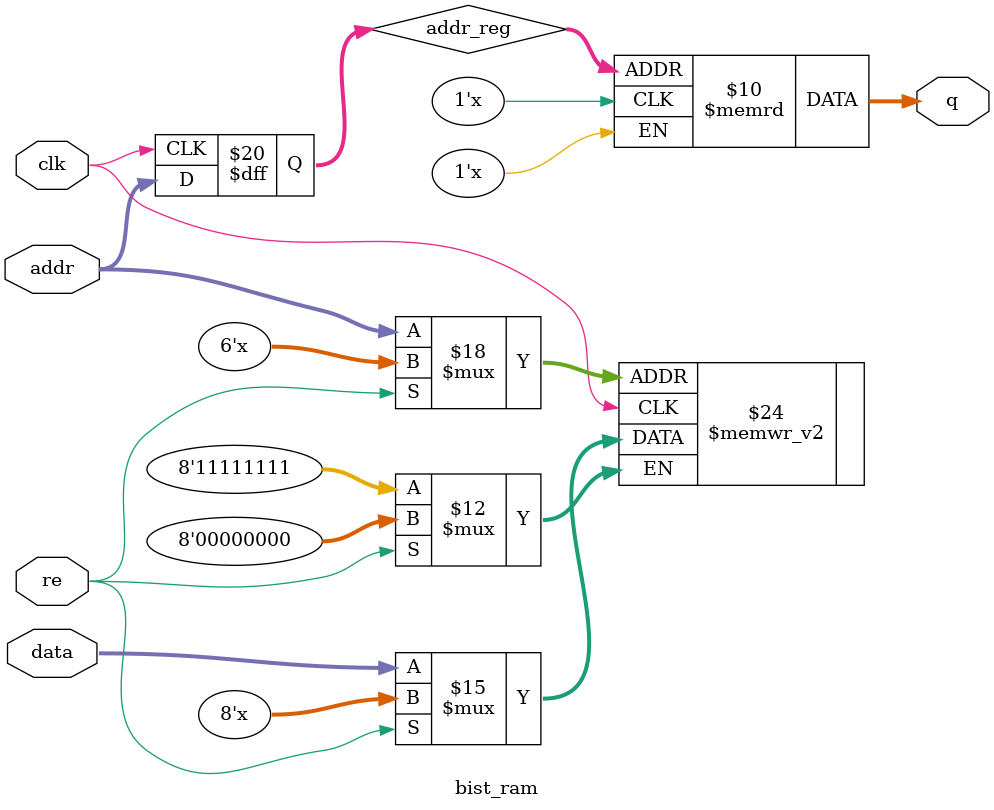
<source format=sv>
module bist_ram (
    input [7:0] data,  // 8-bit input data to write to the memory
    input [5:0] addr,  // 6-bit address input for reading/writing data
    input re,          // Read/Write enable signal (0 for write, 1 for read)
    input clk,         // Clock signal for synchronizing memory access
    output [7:0] q     // 8-bit output data read from the memory
);

    // Declare the RAM storage as a 64 x 8-bit array
    reg [7:0] ram [63:0];

    // Register to hold the address for read operations
    reg [5:0] addr_reg;

    // Synchronous process to handle memory read and write operations
    always @(posedge clk) begin
        // Write to the memory location if `re` is low (write enable)
        if (!re)
            ram[addr] <= data;

        // Update the registered address for reading in the next cycle
        addr_reg <= addr;
    end

    // Continuous assignment for the output data
    // Retrieves data from the previously registered address
    assign q = ram[addr_reg];

endmodule

</source>
